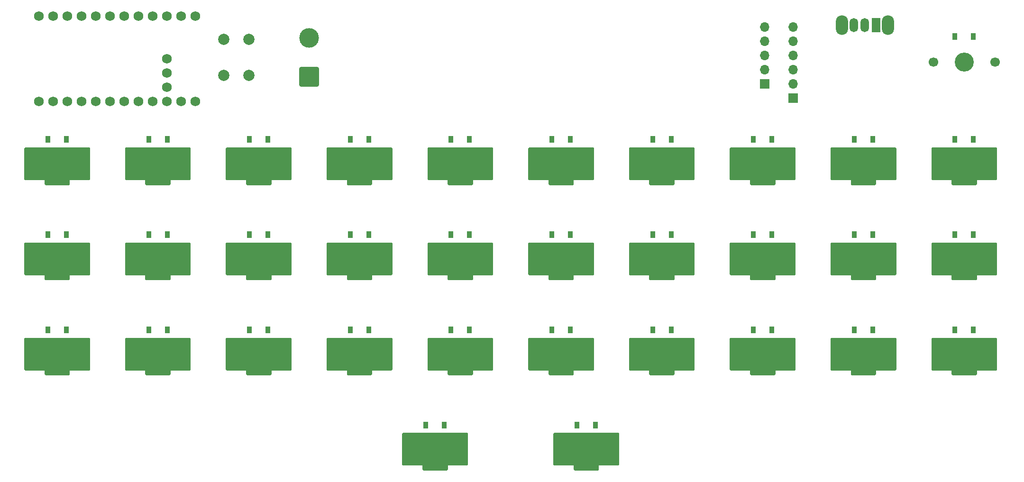
<source format=gts>
G04 #@! TF.GenerationSoftware,KiCad,Pcbnew,(7.0.0)*
G04 #@! TF.CreationDate,2023-03-07T23:42:06+01:00*
G04 #@! TF.ProjectId,mqz_board,6d717a5f-626f-4617-9264-2e6b69636164,rev?*
G04 #@! TF.SameCoordinates,Original*
G04 #@! TF.FileFunction,Soldermask,Top*
G04 #@! TF.FilePolarity,Negative*
%FSLAX46Y46*%
G04 Gerber Fmt 4.6, Leading zero omitted, Abs format (unit mm)*
G04 Created by KiCad (PCBNEW (7.0.0)) date 2023-03-07 23:42:06*
%MOMM*%
%LPD*%
G01*
G04 APERTURE LIST*
G04 Aperture macros list*
%AMRoundRect*
0 Rectangle with rounded corners*
0 $1 Rounding radius*
0 $2 $3 $4 $5 $6 $7 $8 $9 X,Y pos of 4 corners*
0 Add a 4 corners polygon primitive as box body*
4,1,4,$2,$3,$4,$5,$6,$7,$8,$9,$2,$3,0*
0 Add four circle primitives for the rounded corners*
1,1,$1+$1,$2,$3*
1,1,$1+$1,$4,$5*
1,1,$1+$1,$6,$7*
1,1,$1+$1,$8,$9*
0 Add four rect primitives between the rounded corners*
20,1,$1+$1,$2,$3,$4,$5,0*
20,1,$1+$1,$4,$5,$6,$7,0*
20,1,$1+$1,$6,$7,$8,$9,0*
20,1,$1+$1,$8,$9,$2,$3,0*%
G04 Aperture macros list end*
%ADD10O,0.300000X5.800000*%
%ADD11O,2.000000X5.800000*%
%ADD12O,0.300000X1.100000*%
%ADD13O,11.700000X0.300000*%
%ADD14O,11.700000X5.800000*%
%ADD15O,4.500000X1.000000*%
%ADD16O,4.500000X0.300000*%
%ADD17R,0.900000X1.200000*%
%ADD18O,2.200000X3.500000*%
%ADD19R,1.500000X2.500000*%
%ADD20O,1.500000X2.500000*%
%ADD21C,1.752600*%
%ADD22R,1.700000X1.700000*%
%ADD23O,1.700000X1.700000*%
%ADD24C,1.700000*%
%ADD25C,3.400000*%
%ADD26C,2.000000*%
%ADD27RoundRect,0.250002X1.499998X-1.499998X1.499998X1.499998X-1.499998X1.499998X-1.499998X-1.499998X0*%
%ADD28C,3.500000*%
G04 APERTURE END LIST*
D10*
X192299999Y-116999999D03*
D11*
X193149999Y-116999999D03*
D12*
X195899999Y-120249999D03*
D13*
X197999999Y-114249999D03*
D14*
X197999999Y-116999999D03*
D13*
X197999999Y-119749999D03*
D15*
X197999999Y-120299999D03*
D16*
X197999999Y-120649999D03*
D12*
X200099999Y-120249999D03*
D11*
X202849999Y-116999999D03*
D10*
X203699999Y-116999999D03*
D17*
X199649999Y-112649999D03*
X196349999Y-112649999D03*
D10*
X228299999Y-99999999D03*
D11*
X229149999Y-99999999D03*
D12*
X231899999Y-103249999D03*
D13*
X233999999Y-97249999D03*
D14*
X233999999Y-99999999D03*
D13*
X233999999Y-102749999D03*
D15*
X233999999Y-103299999D03*
D16*
X233999999Y-103649999D03*
D12*
X236099999Y-103249999D03*
D11*
X238849999Y-99999999D03*
D10*
X239699999Y-99999999D03*
D17*
X235649999Y-95649999D03*
X232349999Y-95649999D03*
D10*
X210299999Y-99999999D03*
D11*
X211149999Y-99999999D03*
D12*
X213899999Y-103249999D03*
D13*
X215999999Y-97249999D03*
D14*
X215999999Y-99999999D03*
D13*
X215999999Y-102749999D03*
D15*
X215999999Y-103299999D03*
D16*
X215999999Y-103649999D03*
D12*
X218099999Y-103249999D03*
D11*
X220849999Y-99999999D03*
D10*
X221699999Y-99999999D03*
D17*
X217649999Y-95649999D03*
X214349999Y-95649999D03*
D10*
X102299999Y-116999999D03*
D11*
X103149999Y-116999999D03*
D12*
X105899999Y-120249999D03*
D13*
X107999999Y-114249999D03*
D14*
X107999999Y-116999999D03*
D13*
X107999999Y-119749999D03*
D15*
X107999999Y-120299999D03*
D16*
X107999999Y-120649999D03*
D12*
X110099999Y-120249999D03*
D11*
X112849999Y-116999999D03*
D10*
X113699999Y-116999999D03*
D17*
X109649999Y-112649999D03*
X106349999Y-112649999D03*
D10*
X138299999Y-82999999D03*
D11*
X139149999Y-82999999D03*
D12*
X141899999Y-86249999D03*
D13*
X143999999Y-80249999D03*
D14*
X143999999Y-82999999D03*
D13*
X143999999Y-85749999D03*
D15*
X143999999Y-86299999D03*
D16*
X143999999Y-86649999D03*
D12*
X146099999Y-86249999D03*
D11*
X148849999Y-82999999D03*
D10*
X149699999Y-82999999D03*
D17*
X145649999Y-78649999D03*
X142349999Y-78649999D03*
D10*
X138299999Y-99999999D03*
D11*
X139149999Y-99999999D03*
D12*
X141899999Y-103249999D03*
D13*
X143999999Y-97249999D03*
D14*
X143999999Y-99999999D03*
D13*
X143999999Y-102749999D03*
D15*
X143999999Y-103299999D03*
D16*
X143999999Y-103649999D03*
D12*
X146099999Y-103249999D03*
D11*
X148849999Y-99999999D03*
D10*
X149699999Y-99999999D03*
D17*
X145649999Y-95649999D03*
X142349999Y-95649999D03*
D18*
X220349999Y-58249999D03*
X212149999Y-58249999D03*
D19*
X218249999Y-58249999D03*
D20*
X216249999Y-58249999D03*
X214249999Y-58249999D03*
D10*
X133799999Y-133999999D03*
D11*
X134649999Y-133999999D03*
D12*
X137399999Y-137249999D03*
D13*
X139499999Y-131249999D03*
D14*
X139499999Y-133999999D03*
D13*
X139499999Y-136749999D03*
D15*
X139499999Y-137299999D03*
D16*
X139499999Y-137649999D03*
D12*
X141599999Y-137249999D03*
D11*
X144349999Y-133999999D03*
D10*
X145199999Y-133999999D03*
D17*
X141149999Y-129649999D03*
X137849999Y-129649999D03*
D10*
X228299999Y-82999999D03*
D11*
X229149999Y-82999999D03*
D12*
X231899999Y-86249999D03*
D13*
X233999999Y-80249999D03*
D14*
X233999999Y-82999999D03*
D13*
X233999999Y-85749999D03*
D15*
X233999999Y-86299999D03*
D16*
X233999999Y-86649999D03*
D12*
X236099999Y-86249999D03*
D11*
X238849999Y-82999999D03*
D10*
X239699999Y-82999999D03*
D17*
X235649999Y-78649999D03*
X232349999Y-78649999D03*
D10*
X66299999Y-116999999D03*
D11*
X67149999Y-116999999D03*
D12*
X69899999Y-120249999D03*
D13*
X71999999Y-114249999D03*
D14*
X71999999Y-116999999D03*
D13*
X71999999Y-119749999D03*
D15*
X71999999Y-120299999D03*
D16*
X71999999Y-120649999D03*
D12*
X74099999Y-120249999D03*
D11*
X76849999Y-116999999D03*
D10*
X77699999Y-116999999D03*
D17*
X73649999Y-112649999D03*
X70349999Y-112649999D03*
D10*
X156299999Y-82999999D03*
D11*
X157149999Y-82999999D03*
D12*
X159899999Y-86249999D03*
D13*
X161999999Y-80249999D03*
D14*
X161999999Y-82999999D03*
D13*
X161999999Y-85749999D03*
D15*
X161999999Y-86299999D03*
D16*
X161999999Y-86649999D03*
D12*
X164099999Y-86249999D03*
D11*
X166849999Y-82999999D03*
D10*
X167699999Y-82999999D03*
D17*
X163649999Y-78649999D03*
X160349999Y-78649999D03*
D21*
X68760000Y-71870000D03*
X71300000Y-71870000D03*
X73840000Y-71870000D03*
X76380000Y-71870000D03*
X78920000Y-71870000D03*
X81460000Y-71870000D03*
X84000000Y-71870000D03*
X86540000Y-71870000D03*
X89080000Y-71870000D03*
X91620000Y-71870000D03*
X94160000Y-71870000D03*
X96700000Y-71870000D03*
X96700000Y-56630000D03*
X94160000Y-56630000D03*
X91620000Y-56630000D03*
X89080000Y-56630000D03*
X86540000Y-56630000D03*
X84000000Y-56630000D03*
X81460000Y-56630000D03*
X78920000Y-56630000D03*
X76380000Y-56630000D03*
X73840000Y-56630000D03*
X71300000Y-56630000D03*
X68760000Y-56630000D03*
X91620000Y-69330000D03*
X91620000Y-66790000D03*
X91620000Y-64250000D03*
D10*
X156299999Y-99999999D03*
D11*
X157149999Y-99999999D03*
D12*
X159899999Y-103249999D03*
D13*
X161999999Y-97249999D03*
D14*
X161999999Y-99999999D03*
D13*
X161999999Y-102749999D03*
D15*
X161999999Y-103299999D03*
D16*
X161999999Y-103649999D03*
D12*
X164099999Y-103249999D03*
D11*
X166849999Y-99999999D03*
D10*
X167699999Y-99999999D03*
D17*
X163649999Y-95649999D03*
X160349999Y-95649999D03*
D22*
X198399999Y-68739999D03*
D23*
X198399999Y-66199999D03*
X198399999Y-63659999D03*
X198399999Y-61119999D03*
X198399999Y-58579999D03*
D10*
X192299999Y-99999999D03*
D11*
X193149999Y-99999999D03*
D12*
X195899999Y-103249999D03*
D13*
X197999999Y-97249999D03*
D14*
X197999999Y-99999999D03*
D13*
X197999999Y-102749999D03*
D15*
X197999999Y-103299999D03*
D16*
X197999999Y-103649999D03*
D12*
X200099999Y-103249999D03*
D11*
X202849999Y-99999999D03*
D10*
X203699999Y-99999999D03*
D17*
X199649999Y-95649999D03*
X196349999Y-95649999D03*
D10*
X84299999Y-99999999D03*
D11*
X85149999Y-99999999D03*
D12*
X87899999Y-103249999D03*
D13*
X89999999Y-97249999D03*
D14*
X89999999Y-99999999D03*
D13*
X89999999Y-102749999D03*
D15*
X89999999Y-103299999D03*
D16*
X89999999Y-103649999D03*
D12*
X92099999Y-103249999D03*
D11*
X94849999Y-99999999D03*
D10*
X95699999Y-99999999D03*
D17*
X91649999Y-95649999D03*
X88349999Y-95649999D03*
D10*
X174299999Y-82999999D03*
D11*
X175149999Y-82999999D03*
D12*
X177899999Y-86249999D03*
D13*
X179999999Y-80249999D03*
D14*
X179999999Y-82999999D03*
D13*
X179999999Y-85749999D03*
D15*
X179999999Y-86299999D03*
D16*
X179999999Y-86649999D03*
D12*
X182099999Y-86249999D03*
D11*
X184849999Y-82999999D03*
D10*
X185699999Y-82999999D03*
D17*
X181649999Y-78649999D03*
X178349999Y-78649999D03*
D10*
X210299999Y-82999999D03*
D11*
X211149999Y-82999999D03*
D12*
X213899999Y-86249999D03*
D13*
X215999999Y-80249999D03*
D14*
X215999999Y-82999999D03*
D13*
X215999999Y-85749999D03*
D15*
X215999999Y-86299999D03*
D16*
X215999999Y-86649999D03*
D12*
X218099999Y-86249999D03*
D11*
X220849999Y-82999999D03*
D10*
X221699999Y-82999999D03*
D17*
X217649999Y-78649999D03*
X214349999Y-78649999D03*
D10*
X66299999Y-99999999D03*
D11*
X67149999Y-99999999D03*
D12*
X69899999Y-103249999D03*
D13*
X71999999Y-97249999D03*
D14*
X71999999Y-99999999D03*
D13*
X71999999Y-102749999D03*
D15*
X71999999Y-103299999D03*
D16*
X71999999Y-103649999D03*
D12*
X74099999Y-103249999D03*
D11*
X76849999Y-99999999D03*
D10*
X77699999Y-99999999D03*
D17*
X73649999Y-95649999D03*
X70349999Y-95649999D03*
D10*
X102299999Y-99999999D03*
D11*
X103149999Y-99999999D03*
D12*
X105899999Y-103249999D03*
D13*
X107999999Y-97249999D03*
D14*
X107999999Y-99999999D03*
D13*
X107999999Y-102749999D03*
D15*
X107999999Y-103299999D03*
D16*
X107999999Y-103649999D03*
D12*
X110099999Y-103249999D03*
D11*
X112849999Y-99999999D03*
D10*
X113699999Y-99999999D03*
D17*
X109649999Y-95649999D03*
X106349999Y-95649999D03*
D10*
X120299999Y-116999999D03*
D11*
X121149999Y-116999999D03*
D12*
X123899999Y-120249999D03*
D13*
X125999999Y-114249999D03*
D14*
X125999999Y-116999999D03*
D13*
X125999999Y-119749999D03*
D15*
X125999999Y-120299999D03*
D16*
X125999999Y-120649999D03*
D12*
X128099999Y-120249999D03*
D11*
X130849999Y-116999999D03*
D10*
X131699999Y-116999999D03*
D17*
X127649999Y-112649999D03*
X124349999Y-112649999D03*
D10*
X192299999Y-82999999D03*
D11*
X193149999Y-82999999D03*
D12*
X195899999Y-86249999D03*
D13*
X197999999Y-80249999D03*
D14*
X197999999Y-82999999D03*
D13*
X197999999Y-85749999D03*
D15*
X197999999Y-86299999D03*
D16*
X197999999Y-86649999D03*
D12*
X200099999Y-86249999D03*
D11*
X202849999Y-82999999D03*
D10*
X203699999Y-82999999D03*
D17*
X199649999Y-78649999D03*
X196349999Y-78649999D03*
D24*
X239500000Y-64800000D03*
D25*
X234000000Y-64800000D03*
D24*
X228500000Y-64800000D03*
D17*
X235649999Y-60299999D03*
X232349999Y-60299999D03*
D10*
X174299999Y-116999999D03*
D11*
X175149999Y-116999999D03*
D12*
X177899999Y-120249999D03*
D13*
X179999999Y-114249999D03*
D14*
X179999999Y-116999999D03*
D13*
X179999999Y-119749999D03*
D15*
X179999999Y-120299999D03*
D16*
X179999999Y-120649999D03*
D12*
X182099999Y-120249999D03*
D11*
X184849999Y-116999999D03*
D10*
X185699999Y-116999999D03*
D17*
X181649999Y-112649999D03*
X178349999Y-112649999D03*
D10*
X66299999Y-82999999D03*
D11*
X67149999Y-82999999D03*
D12*
X69899999Y-86249999D03*
D13*
X71999999Y-80249999D03*
D14*
X71999999Y-82999999D03*
D13*
X71999999Y-85749999D03*
D15*
X71999999Y-86299999D03*
D16*
X71999999Y-86649999D03*
D12*
X74099999Y-86249999D03*
D11*
X76849999Y-82999999D03*
D10*
X77699999Y-82999999D03*
D17*
X73649999Y-78649999D03*
X70349999Y-78649999D03*
D10*
X228299999Y-116999999D03*
D11*
X229149999Y-116999999D03*
D12*
X231899999Y-120249999D03*
D13*
X233999999Y-114249999D03*
D14*
X233999999Y-116999999D03*
D13*
X233999999Y-119749999D03*
D15*
X233999999Y-120299999D03*
D16*
X233999999Y-120649999D03*
D12*
X236099999Y-120249999D03*
D11*
X238849999Y-116999999D03*
D10*
X239699999Y-116999999D03*
D17*
X235649999Y-112649999D03*
X232349999Y-112649999D03*
D26*
X101750000Y-67250000D03*
X101750000Y-60750000D03*
X106250000Y-67250000D03*
X106250000Y-60750000D03*
D10*
X156299999Y-116999999D03*
D11*
X157149999Y-116999999D03*
D12*
X159899999Y-120249999D03*
D13*
X161999999Y-114249999D03*
D14*
X161999999Y-116999999D03*
D13*
X161999999Y-119749999D03*
D15*
X161999999Y-120299999D03*
D16*
X161999999Y-120649999D03*
D12*
X164099999Y-120249999D03*
D11*
X166849999Y-116999999D03*
D10*
X167699999Y-116999999D03*
D17*
X163649999Y-112649999D03*
X160349999Y-112649999D03*
D10*
X84299999Y-116999999D03*
D11*
X85149999Y-116999999D03*
D12*
X87899999Y-120249999D03*
D13*
X89999999Y-114249999D03*
D14*
X89999999Y-116999999D03*
D13*
X89999999Y-119749999D03*
D15*
X89999999Y-120299999D03*
D16*
X89999999Y-120649999D03*
D12*
X92099999Y-120249999D03*
D11*
X94849999Y-116999999D03*
D10*
X95699999Y-116999999D03*
D17*
X91649999Y-112649999D03*
X88349999Y-112649999D03*
D10*
X160799999Y-133999999D03*
D11*
X161649999Y-133999999D03*
D12*
X164399999Y-137249999D03*
D13*
X166499999Y-131249999D03*
D14*
X166499999Y-133999999D03*
D13*
X166499999Y-136749999D03*
D15*
X166499999Y-137299999D03*
D16*
X166499999Y-137649999D03*
D12*
X168599999Y-137249999D03*
D11*
X171349999Y-133999999D03*
D10*
X172199999Y-133999999D03*
D17*
X168149999Y-129649999D03*
X164849999Y-129649999D03*
D27*
X117000000Y-67500000D03*
D28*
X117000000Y-60500000D03*
D10*
X174299999Y-99999999D03*
D11*
X175149999Y-99999999D03*
D12*
X177899999Y-103249999D03*
D13*
X179999999Y-97249999D03*
D14*
X179999999Y-99999999D03*
D13*
X179999999Y-102749999D03*
D15*
X179999999Y-103299999D03*
D16*
X179999999Y-103649999D03*
D12*
X182099999Y-103249999D03*
D11*
X184849999Y-99999999D03*
D10*
X185699999Y-99999999D03*
D17*
X181649999Y-95649999D03*
X178349999Y-95649999D03*
D10*
X210299999Y-116999999D03*
D11*
X211149999Y-116999999D03*
D12*
X213899999Y-120249999D03*
D13*
X215999999Y-114249999D03*
D14*
X215999999Y-116999999D03*
D13*
X215999999Y-119749999D03*
D15*
X215999999Y-120299999D03*
D16*
X215999999Y-120649999D03*
D12*
X218099999Y-120249999D03*
D11*
X220849999Y-116999999D03*
D10*
X221699999Y-116999999D03*
D17*
X217649999Y-112649999D03*
X214349999Y-112649999D03*
D10*
X120299999Y-82999999D03*
D11*
X121149999Y-82999999D03*
D12*
X123899999Y-86249999D03*
D13*
X125999999Y-80249999D03*
D14*
X125999999Y-82999999D03*
D13*
X125999999Y-85749999D03*
D15*
X125999999Y-86299999D03*
D16*
X125999999Y-86649999D03*
D12*
X128099999Y-86249999D03*
D11*
X130849999Y-82999999D03*
D10*
X131699999Y-82999999D03*
D17*
X127649999Y-78649999D03*
X124349999Y-78649999D03*
D10*
X138299999Y-116999999D03*
D11*
X139149999Y-116999999D03*
D12*
X141899999Y-120249999D03*
D13*
X143999999Y-114249999D03*
D14*
X143999999Y-116999999D03*
D13*
X143999999Y-119749999D03*
D15*
X143999999Y-120299999D03*
D16*
X143999999Y-120649999D03*
D12*
X146099999Y-120249999D03*
D11*
X148849999Y-116999999D03*
D10*
X149699999Y-116999999D03*
D17*
X145649999Y-112649999D03*
X142349999Y-112649999D03*
D22*
X203479999Y-71279999D03*
D23*
X203479999Y-68739999D03*
X203479999Y-66199999D03*
X203479999Y-63659999D03*
X203479999Y-61119999D03*
X203479999Y-58579999D03*
D10*
X84299999Y-82999999D03*
D11*
X85149999Y-82999999D03*
D12*
X87899999Y-86249999D03*
D13*
X89999999Y-80249999D03*
D14*
X89999999Y-82999999D03*
D13*
X89999999Y-85749999D03*
D15*
X89999999Y-86299999D03*
D16*
X89999999Y-86649999D03*
D12*
X92099999Y-86249999D03*
D11*
X94849999Y-82999999D03*
D10*
X95699999Y-82999999D03*
D17*
X91649999Y-78649999D03*
X88349999Y-78649999D03*
D10*
X120299999Y-99999999D03*
D11*
X121149999Y-99999999D03*
D12*
X123899999Y-103249999D03*
D13*
X125999999Y-97249999D03*
D14*
X125999999Y-99999999D03*
D13*
X125999999Y-102749999D03*
D15*
X125999999Y-103299999D03*
D16*
X125999999Y-103649999D03*
D12*
X128099999Y-103249999D03*
D11*
X130849999Y-99999999D03*
D10*
X131699999Y-99999999D03*
D17*
X127649999Y-95649999D03*
X124349999Y-95649999D03*
D10*
X102299999Y-82999999D03*
D11*
X103149999Y-82999999D03*
D12*
X105899999Y-86249999D03*
D13*
X107999999Y-80249999D03*
D14*
X107999999Y-82999999D03*
D13*
X107999999Y-85749999D03*
D15*
X107999999Y-86299999D03*
D16*
X107999999Y-86649999D03*
D12*
X110099999Y-86249999D03*
D11*
X112849999Y-82999999D03*
D10*
X113699999Y-82999999D03*
D17*
X109649999Y-78649999D03*
X106349999Y-78649999D03*
M02*

</source>
